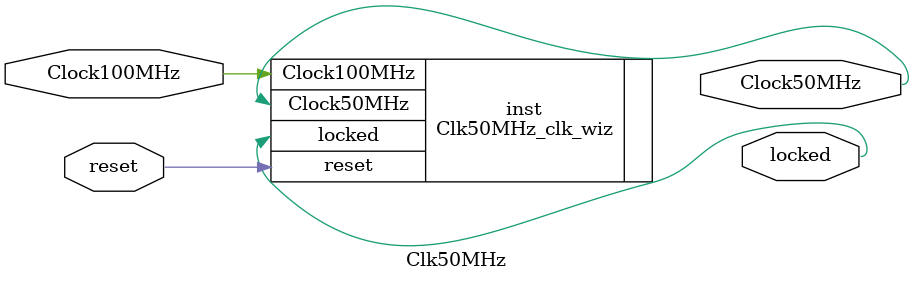
<source format=v>


`timescale 1ps/1ps

(* CORE_GENERATION_INFO = "Clk50MHz,clk_wiz_v6_0_4_0_0,{component_name=Clk50MHz,use_phase_alignment=true,use_min_o_jitter=false,use_max_i_jitter=false,use_dyn_phase_shift=false,use_inclk_switchover=false,use_dyn_reconfig=false,enable_axi=0,feedback_source=FDBK_AUTO,PRIMITIVE=MMCM,num_out_clk=1,clkin1_period=10.000,clkin2_period=10.000,use_power_down=false,use_reset=true,use_locked=true,use_inclk_stopped=false,feedback_type=SINGLE,CLOCK_MGR_TYPE=NA,manual_override=false}" *)

module Clk50MHz 
 (
  // Clock out ports
  output        Clock50MHz,
  // Status and control signals
  input         reset,
  output        locked,
 // Clock in ports
  input         Clock100MHz
 );

  Clk50MHz_clk_wiz inst
  (
  // Clock out ports  
  .Clock50MHz(Clock50MHz),
  // Status and control signals               
  .reset(reset), 
  .locked(locked),
 // Clock in ports
  .Clock100MHz(Clock100MHz)
  );

endmodule

</source>
